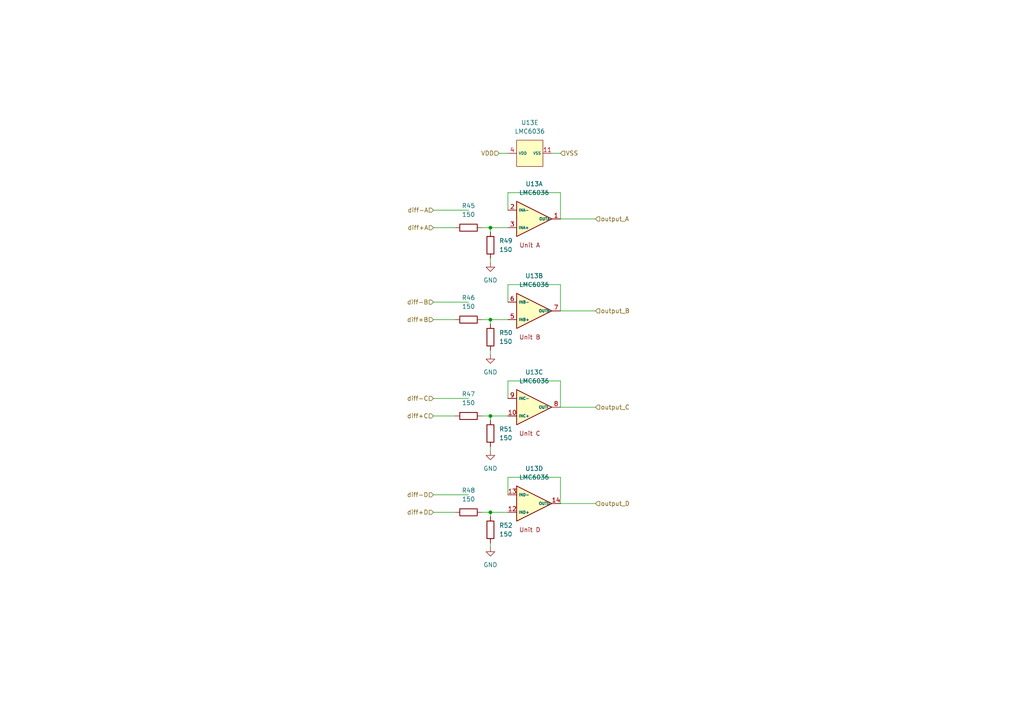
<source format=kicad_sch>
(kicad_sch (version 20211123) (generator eeschema)
  (paper "A4")
  (lib_symbols
    (symbol "Device:R" (pin_numbers hide) (pin_names (offset 0))
      (property "Reference" "R" (at 2.032 0 90))
      (property "Value" "R" (at 0 0 90))
      (symbol "R_0_1"
        (rectangle (start -1.016 -2.54) (end 1.016 2.54) (stroke (width 0.254)))
      )
      (symbol "R_1_1"
        (pin passive line (at 0 3.81 270) (length 1.27) (name "~") (number "1"))
        (pin passive line (at 0 -3.81 90) (length 1.27) (name "~") (number "2"))
      )
    )
    (symbol "LMC6036_custom:LMC6036"
      (property "Reference" "U" (at 1.905 0 0))
      (property "Value" "LMC6036" (at -11.43 0 0))
      (symbol "LMC6036_1_1"
        (polyline (pts (xy -3.81 5.08) (xy 6.35 0) (xy -3.81 -5.08) (xy -3.81 5.08)) (stroke (width 0.254)) (fill (type background)))
        (text "Unit A" (at 0 -7.62 0) (effects (font (size 1.27 1.27))))
        (pin output line (at 8.89 0 180) (length 2.54) (name "OUTA") (number "1"))
        (pin input line (at -6.35 2.54 0) (length 2.54) (name "INA-") (number "2"))
        (pin input line (at -6.35 -2.54 0) (length 2.54) (name "INA+") (number "3"))
      )
      (symbol "LMC6036_2_1"
        (polyline (pts (xy -3.81 5.08) (xy 6.35 0) (xy -3.81 -5.08) (xy -3.81 5.08)) (stroke (width 0.254)) (fill (type background)))
        (text "Unit B" (at 0 -7.62 0) (effects (font (size 1.27 1.27))))
        (pin input line (at -6.35 -2.54 0) (length 2.54) (name "INB+") (number "5"))
        (pin input line (at -6.35 2.54 0) (length 2.54) (name "INB-") (number "6"))
        (pin output line (at 8.89 0 180) (length 2.54) (name "OUTB") (number "7"))
      )
      (symbol "LMC6036_3_1"
        (polyline (pts (xy -3.81 5.08) (xy 6.35 0) (xy -3.81 -5.08) (xy -3.81 5.08)) (stroke (width 0.254)) (fill (type background)))
        (text "Unit C" (at 0 -7.62 0) (effects (font (size 1.27 1.27))))
        (pin input line (at -6.35 -2.54 0) (length 2.54) (name "INC+") (number "10"))
        (pin output line (at 8.89 0 180) (length 2.54) (name "OUTC") (number "8"))
        (pin input line (at -6.35 2.54 0) (length 2.54) (name "INC-") (number "9"))
      )
      (symbol "LMC6036_4_1"
        (polyline (pts (xy -3.81 5.08) (xy 6.35 0) (xy -3.81 -5.08) (xy -3.81 5.08)) (stroke (width 0.254)) (fill (type background)))
        (text "Unit D" (at 0 -7.62 0) (effects (font (size 1.27 1.27))))
        (pin input line (at -6.35 -2.54 0) (length 2.54) (name "IND+") (number "12"))
        (pin input line (at -6.35 2.54 0) (length 2.54) (name "IND-") (number "13"))
        (pin output line (at 8.89 0 180) (length 2.54) (name "OUTD") (number "14"))
      )
      (symbol "LMC6036_5_1"
        (rectangle (start -3.81 3.81) (end 3.81 -3.81) (stroke (width 0.1524)) (fill (type background)))
        (pin power_in line (at 0 -6.35 90) (length 2.54) (name "VSS") (number "11"))
        (pin power_in line (at 0 6.35 270) (length 2.54) (name "VDD") (number "4"))
      )
    )
    (symbol "power:GND" (power) (pin_names (offset 0))
      (property "Value" "GND" (at 0 -3.81 0))
      (symbol "GND_0_1"
        (polyline (pts (xy 0 0) (xy 0 -1.27) (xy 1.27 -1.27) (xy 0 -2.54) (xy -1.27 -1.27) (xy 0 -1.27)))
      )
      (symbol "GND_1_1"
        (pin power_in line (at 0 0 270) (length 0) hide (name "GND") (number "1"))
      )
    )
  )
  (junction (at 142.24 92.71))
  (junction (at 142.24 148.59))
  (junction (at 142.24 66.04))
  (junction (at 142.24 120.65))
  (wire (pts (xy 142.24 74.93) (xy 142.24 76.2)))
  (wire (pts (xy 160.02 44.45) (xy 162.56 44.45)))
  (wire (pts (xy 142.24 120.65) (xy 142.24 121.92)))
  (wire (pts (xy 139.7 120.65) (xy 142.24 120.65)))
  (wire (pts (xy 147.32 110.49) (xy 162.56 110.49)))
  (wire (pts (xy 125.73 66.04) (xy 132.08 66.04)))
  (wire (pts (xy 147.32 55.88) (xy 162.56 55.88)))
  (wire (pts (xy 162.56 55.88) (xy 162.56 63.5)))
  (wire (pts (xy 125.73 115.57) (xy 135.89 115.57)))
  (wire (pts (xy 147.32 55.88) (xy 147.32 60.96)))
  (wire (pts (xy 139.7 66.04) (xy 142.24 66.04)))
  (wire (pts (xy 142.24 92.71) (xy 147.32 92.71)))
  (wire (pts (xy 147.32 82.55) (xy 162.56 82.55)))
  (wire (pts (xy 162.56 82.55) (xy 162.56 90.17)))
  (wire (pts (xy 125.73 60.96) (xy 135.89 60.96)))
  (wire (pts (xy 142.24 66.04) (xy 142.24 67.31)))
  (wire (pts (xy 162.56 118.11) (xy 172.72 118.11)))
  (wire (pts (xy 162.56 138.43) (xy 162.56 146.05)))
  (wire (pts (xy 142.24 66.04) (xy 147.32 66.04)))
  (wire (pts (xy 142.24 148.59) (xy 147.32 148.59)))
  (wire (pts (xy 147.32 82.55) (xy 147.32 87.63)))
  (wire (pts (xy 147.32 110.49) (xy 147.32 115.57)))
  (wire (pts (xy 142.24 148.59) (xy 142.24 149.86)))
  (wire (pts (xy 162.56 63.5) (xy 172.72 63.5)))
  (wire (pts (xy 125.73 148.59) (xy 132.08 148.59)))
  (wire (pts (xy 125.73 92.71) (xy 132.08 92.71)))
  (wire (pts (xy 162.56 90.17) (xy 172.72 90.17)))
  (wire (pts (xy 147.32 138.43) (xy 147.32 143.51)))
  (wire (pts (xy 142.24 120.65) (xy 147.32 120.65)))
  (wire (pts (xy 147.32 138.43) (xy 162.56 138.43)))
  (wire (pts (xy 144.78 44.45) (xy 147.32 44.45)))
  (wire (pts (xy 142.24 92.71) (xy 142.24 93.98)))
  (wire (pts (xy 139.7 148.59) (xy 142.24 148.59)))
  (wire (pts (xy 139.7 92.71) (xy 142.24 92.71)))
  (wire (pts (xy 142.24 101.6) (xy 142.24 102.87)))
  (wire (pts (xy 162.56 146.05) (xy 172.72 146.05)))
  (wire (pts (xy 125.73 120.65) (xy 132.08 120.65)))
  (wire (pts (xy 125.73 143.51) (xy 135.89 143.51)))
  (wire (pts (xy 142.24 129.54) (xy 142.24 130.81)))
  (wire (pts (xy 125.73 87.63) (xy 135.89 87.63)))
  (wire (pts (xy 162.56 110.49) (xy 162.56 118.11)))
  (wire (pts (xy 142.24 157.48) (xy 142.24 158.75)))
  (hierarchical_label "VDD" (shape input) (at 144.78 44.45 180))
  (hierarchical_label "diff+C" (shape input) (at 125.73 120.65 180))
  (hierarchical_label "VSS" (shape input) (at 162.56 44.45 0))
  (hierarchical_label "output_B" (shape input) (at 172.72 90.17 0))
  (hierarchical_label "diff-C" (shape input) (at 125.73 115.57 180))
  (hierarchical_label "diff+A" (shape input) (at 125.73 66.04 180))
  (hierarchical_label "diff-B" (shape input) (at 125.73 87.63 180))
  (hierarchical_label "output_C" (shape input) (at 172.72 118.11 0))
  (hierarchical_label "diff-D" (shape input) (at 125.73 143.51 180))
  (hierarchical_label "diff+D" (shape input) (at 125.73 148.59 180))
  (hierarchical_label "diff+B" (shape input) (at 125.73 92.71 180))
  (hierarchical_label "diff-A" (shape input) (at 125.73 60.96 180))
  (hierarchical_label "output_A" (shape input) (at 172.72 63.5 0))
  (hierarchical_label "output_D" (shape input) (at 172.72 146.05 0))
  (symbol (lib_id "Device:R") (at 135.89 66.04 270) (unit 1)
    (property "Reference" "R45" (at 135.89 59.69 90))
    (property "Value" "150" (at 135.89 62.23 90))
    (property "Footprint" "Resistor_SMD:R_0603_1608Metric" (effects hide))
  )
  (symbol (lib_id "Device:R") (at 135.89 92.71 270) (unit 1)
    (property "Reference" "R46" (at 135.89 86.36 90))
    (property "Value" "150" (at 135.89 88.9 90))
    (property "Footprint" "Resistor_SMD:R_0603_1608Metric" (effects hide))
  )
  (symbol (lib_id "power:GND") (at 142.24 76.2 0) (unit 1)
    (property "Reference" "#PWR0177" (effects hide))
    (property "Value" "GND" (at 142.24 81.28 0))
  )
  (symbol (lib_id "Device:R") (at 142.24 125.73 0) (unit 1)
    (property "Reference" "R51" (at 144.78 124.4599 0) (effects (justify left)))
    (property "Value" "150" (at 144.78 126.9999 0) (effects (justify left)))
    (property "Footprint" "Resistor_SMD:R_0603_1608Metric" (effects hide))
  )
  (symbol (lib_id "Device:R") (at 135.89 120.65 270) (unit 1)
    (property "Reference" "R47" (at 135.89 114.3 90))
    (property "Value" "150" (at 135.89 116.84 90))
    (property "Footprint" "Resistor_SMD:R_0603_1608Metric" (effects hide))
  )
  (symbol (lib_id "Device:R") (at 142.24 153.67 0) (unit 1)
    (property "Reference" "R52" (at 144.78 152.3999 0) (effects (justify left)))
    (property "Value" "150" (at 144.78 154.9399 0) (effects (justify left)))
    (property "Footprint" "Resistor_SMD:R_0603_1608Metric" (effects hide))
  )
  (symbol (lib_id "LMC6036_custom:LMC6036") (at 153.67 146.05 0) (unit 4)
    (property "Reference" "U13" (at 154.94 135.89 0))
    (property "Value" "LMC6036" (at 154.94 138.43 0))
    (property "Footprint" "LMC6036:SOP65P640X120-14N" (effects hide))
  )
  (symbol (lib_id "Device:R") (at 142.24 71.12 0) (unit 1)
    (property "Reference" "R49" (at 144.78 69.8499 0) (effects (justify left)))
    (property "Value" "150" (at 144.78 72.3899 0) (effects (justify left)))
    (property "Footprint" "Resistor_SMD:R_0603_1608Metric" (effects hide))
  )
  (symbol (lib_id "Device:R") (at 135.89 148.59 270) (unit 1)
    (property "Reference" "R48" (at 135.89 142.24 90))
    (property "Value" "150" (at 135.89 144.78 90))
    (property "Footprint" "Resistor_SMD:R_0603_1608Metric" (effects hide))
  )
  (symbol (lib_id "power:GND") (at 142.24 158.75 0) (unit 1)
    (property "Reference" "#PWR0180" (effects hide))
    (property "Value" "GND" (at 142.24 163.83 0))
  )
  (symbol (lib_id "LMC6036_custom:LMC6036") (at 153.67 44.45 90) (unit 5)
    (property "Reference" "U13" (at 153.67 35.56 90))
    (property "Value" "LMC6036" (at 153.67 38.1 90))
    (property "Footprint" "LMC6036:SOP65P640X120-14N" (effects hide))
  )
  (symbol (lib_id "LMC6036_custom:LMC6036") (at 153.67 118.11 0) (unit 3)
    (property "Reference" "U13" (at 154.94 107.95 0))
    (property "Value" "LMC6036" (at 154.94 110.49 0))
    (property "Footprint" "LMC6036:SOP65P640X120-14N" (effects hide))
  )
  (symbol (lib_id "LMC6036_custom:LMC6036") (at 153.67 90.17 0) (unit 2)
    (property "Reference" "U13" (at 154.94 80.01 0))
    (property "Value" "LMC6036" (at 154.94 82.55 0))
    (property "Footprint" "LMC6036:SOP65P640X120-14N" (effects hide))
  )
  (symbol (lib_id "LMC6036_custom:LMC6036") (at 153.67 63.5 0) (unit 1)
    (property "Reference" "U13" (at 154.94 53.34 0))
    (property "Value" "LMC6036" (at 154.94 55.88 0))
    (property "Footprint" "LMC6036:SOP65P640X120-14N" (effects hide))
  )
  (symbol (lib_id "power:GND") (at 142.24 130.81 0) (unit 1)
    (property "Reference" "#PWR0178" (effects hide))
    (property "Value" "GND" (at 142.24 135.89 0))
  )
  (symbol (lib_id "power:GND") (at 142.24 102.87 0) (unit 1)
    (property "Reference" "#PWR0179" (effects hide))
    (property "Value" "GND" (at 142.24 107.95 0))
  )
  (symbol (lib_id "Device:R") (at 142.24 97.79 0) (unit 1)
    (property "Reference" "R50" (at 144.78 96.5199 0) (effects (justify left)))
    (property "Value" "150" (at 144.78 99.0599 0) (effects (justify left)))
    (property "Footprint" "Resistor_SMD:R_0603_1608Metric" (effects hide))
  )
)
</source>
